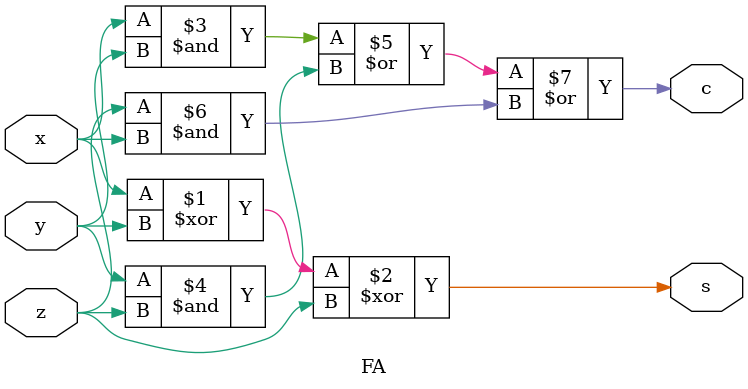
<source format=v>
`timescale 1ns / 1ps


module dadda16(
    input [15:0] a,
    input [15:0] b,
    output [31:0] m);
    wire [23:0] w1;
    wire [87:0] w2;
    wire [107:0] w3;
    wire [91:0] w4;
    wire [51:0] w5;
    
    wire [32:0] m1;
    // Stage 1 : d = 13
    HA HA1 (b[0]&a[13], b[1]&a[12], w1[0], w1[1]);
    
    FA FA1 (b[0]&a[14], b[1]&a[13], b[2]&a[12], w1[2], w1[3]);
    HA HA2 (b[3]&a[11], b[4]&a[10], w1[4], w1[5]);
    
    FA FA2 (b[0]&a[15], b[1]&a[14], b[2]&a[13], w1[6], w1[7]);
    FA FA3 (b[3]&a[12], b[4]&a[11], b[5]&a[10], w1[8], w1[9]);
    HA HA3 (b[6]&a[9], b[7]&a[8], w1[10], w1[11]);
    
    FA FA4 (b[1]&a[15], b[2]&a[14], b[3]&a[13], w1[12], w1[13]);
    FA FA5 (b[4]&a[12], b[5]&a[11], b[6]&a[10], w1[14], w1[15]);
    HA HA4 (b[7]&a[9], b[8]&a[8], w1[16], w1[17]);
    
    FA FA6 (b[2]&a[15], b[3]&a[14], b[4]&a[13], w1[18], w1[19]);
    FA FA7 (b[5]&a[12], b[6]&a[11], b[7]&a[10], w1[20], w1[21]);
    
    FA FA8 (b[3]&a[15], b[4]&a[14], b[5]&a[13], w1[22], w1[23]);
    
    // Stage 2 : d = 9
    HA HA5 (b[0]&a[9], b[1]&a[8], w2[0], w2[1]);
    
    FA FA9 (b[0]&a[10], b[1]&a[9], b[2]&a[8], w2[2], w2[3]);
    HA HA6 (b[3]&a[7], b[4]&a[6], w2[4], w2[5]);
    
    FA FA10 (b[0]&a[11], b[1]&a[10], b[2]&a[9], w2[6], w2[7]);
    FA FA11 (b[3]&a[8], b[4]&a[7], b[5]&a[6], w2[8], w2[9]);
    HA HA7 (b[6]&a[5], b[7]&a[4], w2[10], w2[11]);
    
    FA FA12 (b[0]&a[12], b[1]&a[11], b[2]&a[10], w2[12], w2[13]);
    FA FA13 (b[3]&a[9], b[4]&a[8], b[5]&a[7], w2[14], w2[15]);
    FA FA14 (b[6]&a[6], b[7]&a[5], b[8]&a[4], w2[16], w2[17]);
    HA HA8 (b[9]&a[3], b[10]&a[2], w2[18], w2[19]);
    
    FA FA15 (w1[0], b[2]&a[11], b[3]&a[10], w2[20], w2[21]);
    FA FA16 (b[4]&a[9], b[5]&a[8], b[6]&a[7], w2[22], w2[23]);
    FA FA17 (b[7]&a[6], b[8]&a[5], b[9]&a[4], w2[24], w2[25]);
    FA FA18 (b[10]&a[3], b[11]&a[2], b[12]&a[1], w2[26], w2[27]);
    
    FA FA19 (w1[2],w1[1],w1[4],w2[28], w2[29]);
    FA FA20 (b[5]&a[9], b[6]&a[8], b[7]&a[7], w2[30], w2[31]);
    FA FA21 (b[8]&a[6], b[9]&a[5], b[10]&a[4], w2[32], w2[33]);
    FA FA22 (b[11]&a[3], b[12]&a[2], b[13]&a[1], w2[34], w2[35]);
    
    FA FA23 (w1[6], w1[3], w1[8], w2[36], w2[37]);
    FA FA24 (w1[10], w1[5], b[8]&a[7], w2[38], w2[39]);
    FA FA25 (b[9]&a[6], b[10]&a[5], b[11]&a[4], w2[40], w2[41]);
    FA FA26 (b[12]&a[3], b[13]&a[2], b[14]&a[1], w2[42], w2[43]);
    
    FA FA27 (w1[12], w1[7], w1[14], w2[44], w2[45]);
    FA FA28 (w1[9], w1[16], w1[11], w2[46], w2[47]);
    FA FA29 (b[9]&a[7], b[10]&a[6], b[11]&a[5], w2[48], w2[49]);
    FA FA30 (b[12]&a[4], b[13]&a[3], b[14]&a[2], w2[50], w2[51]);
    
    FA FA31 (w1[18], w1[13], w1[20], w2[52], w2[53]);
    FA FA32 (w1[15], b[8]&a[9], w1[17], w2[54], w2[55]);
    FA FA33 (b[9]&a[8], b[10]&a[7], b[11]&a[6], w2[56], w2[57]);
    FA FA34 (b[12]&a[5], b[13]&a[4], b[14]&a[3], w2[58], w2[59]);
    
    FA FA35 (w1[22], w1[19], b[6]&a[12], w2[60], w2[61]);
    FA FA36 (w1[21], b[7]&a[11], b[8]&a[10], w2[62], w2[63]);
    FA FA37 (b[9]&a[9], b[10]&a[8], b[11]&a[7], w2[64], w2[65]);
    FA FA38 (b[12]&a[6], b[13]&a[5], b[14]&a[4], w2[66], w2[67]);
    
    FA FA39 (b[4]&a[15], w1[23], b[5]&a[14], w2[68], w2[69]);
    FA FA40 (b[6]&a[13], b[7]&a[12], b[8]&a[11], w2[70], w2[71]);
    FA FA41 (b[9]&a[10], b[10]&a[9], b[11]&a[8], w2[72], w2[73]);
    FA FA42 (b[12]&a[7], b[13]&a[6], b[14]&a[5], w2[74], w2[75]);
    
    FA FA43 (b[5]&a[15], b[6]&a[14], b[7]&a[13], w2[76], w2[77]);
    FA FA44 (b[8]&a[12], b[9]&a[11], b[10]&a[10], w2[78], w2[79]);
    FA FA45 (b[11]&a[9], b[12]&a[8], b[13]&a[7], w2[80], w2[81]);
    
    FA FA46 (b[6]&a[15], b[7]&a[14], b[8]&a[13], w2[82], w2[83]);
    FA FA47 (b[9]&a[12], b[10]&a[11], b[11]&a[10], w2[84], w2[85]);
    
    FA FA48 (b[7]&a[15], b[8]&a[14], b[9]&a[13], w2[86], w2[87]);
    
    // Stage 3 : d = 6
    HA HA9 (b[0]&a[6], b[1]&a[5], w3[0], w3[1]);
    
    FA FA49 (b[0]&a[7], b[1]&a[6], b[2]&a[5], w3[2], w3[3]);
    HA HA10 (b[3]&a[4], b[4]&a[3], w3[4], w3[5]);
    
    FA FA50 (b[0]&a[8], b[1]&a[7], b[2]&a[6], w3[6], w3[7]);
    FA FA51 (b[3]&a[5], b[4]&a[4], b[5]&a[3], w3[8], w3[9]);
    HA HA11 (b[6]&a[2], b[7]&a[1], w3[10], w3[11]);
    
    FA FA52 (w2[0], b[2]&a[7], b[3]&a[6], w3[12], w3[13]);
    FA FA53 (b[4]&a[5], b[5]&a[4], b[6]&a[3], w3[14], w3[15]);
    FA FA54 (b[7]&a[2], b[8]&a[1], b[9]&a[0], w3[16], w3[17]);
    
    FA FA55 (w2[2], w2[1], w2[4], w3[18], w3[19]);
    FA FA56 (b[5]&a[5], b[6]&a[4], b[7]&a[3], w3[20], w3[21]);
    FA FA57 (b[8]&a[2], b[9]&a[1], b[10]&a[0], w3[22], w3[23]);
    
    FA FA58 (w2[6], w2[3], w2[8], w3[24], w3[25]);
    FA FA59 (w2[5], w2[10], b[8]&a[3], w3[26], w3[27]);
    FA FA60 (b[9]&a[2], b[10]&a[1], b[11]&a[0], w3[28], w3[29]);
    
    FA FA61 (w2[12], w2[7], w2[14], w3[30], w3[31]);
    FA FA62 (w2[9], w2[16], w2[11], w3[32], w3[33]);
    FA FA63 (w2[18], b[11]&a[1], b[12]&a[0], w3[34], w3[35]);
    
    FA FA64 (w2[20], w2[13], w2[22], w3[36], w3[37]);
    FA FA65 (w2[24], w2[15], w2[17], w3[38], w3[39]);
    FA FA66 (w2[26], w2[19], b[13]&a[0], w3[40], w3[41]);
    
    FA FA67 (w2[28], w2[30], w2[21], w3[42], w3[43]);
    FA FA68 (w2[32], w2[23], w2[25], w3[44], w3[45]);
    FA FA69 (w2[34], w2[27], b[14]&a[0], w3[46], w3[47]);
    
    FA FA70 (w2[36], w2[29], w2[38], w3[48], w3[49]);
    FA FA71 (w2[31], w2[40], w2[33], w3[50], w3[51]);
    FA FA72 (w2[42], w2[35], b[15]&a[0], w3[52], w3[53]);
    
    FA FA73 (w2[44], w2[37], w2[46], w3[54], w3[55]);
    FA FA74 (w2[48], w2[39], w2[41], w3[56], w3[57]);
    FA FA75 (w2[50], w2[43], b[15]&a[1], w3[58], w3[59]);
    
    FA FA76 (w2[52], w2[45], w2[54], w3[60], w3[61]);
    FA FA77 (w2[47], w2[56], w2[49], w3[62], w3[63]);
    FA FA78 (w2[58], w2[51], b[15]&a[2], w3[64], w3[65]);
    
    FA FA79 (w2[60], w2[53], w2[62], w3[66], w3[67]);
    FA FA80 (w2[55], w2[64], w2[57], w3[68], w3[69]);
    FA FA81 (w2[66], w2[59], b[15]&a[3], w3[70], w3[71]);
    
    FA FA82 (w2[68], w2[61], w2[70], w3[72], w3[73]);
    FA FA83 (w2[63], w2[72], w2[65], w3[74], w3[75]);
    FA FA84 (w2[74], w2[67], b[15]&a[4], w3[76], w3[77]);
    
    FA FA85 (w2[76], w2[69], w2[78], w3[78], w3[79]);
    FA FA86 (w2[71], w2[80], w2[73], w3[80], w3[81]);
    FA FA87 (b[14]&a[6], w2[75], b[15]&a[5], w3[82], w3[83]);
    
    FA FA88 (w2[82], w2[77], w2[84], w3[84], w3[85]);
    FA FA89 (w2[79], w2[81], b[12]&a[9], w3[86], w3[87]);
    FA FA90 (b[13]&a[8], b[14]&a[7], b[15]&a[6], w3[88], w3[89]);
    
    FA FA91 (w2[86], w2[83], b[10]&a[12], w3[90], w3[91]);
    FA FA92 (w2[85], b[11]&a[11], b[12]&a[10], w3[92], w3[93]);
    FA FA93 (b[13]&a[9], b[14]&a[8], b[15]&a[7], w3[94], w3[95]);
    
    FA FA94 (b[8]&a[15], w2[87], b[9]&a[14], w3[96], w3[97]);
    FA FA95 (b[10]&a[13], b[11]&a[12], b[12]&a[11], w3[98], w3[99]);
    FA FA96 (b[13]&a[10], b[14]&a[9], b[15]&a[8], w3[100], w3[101]);
    
    FA FA97 (b[9]&a[15], b[10]&a[14], b[11]&a[13], w3[102], w3[103]);
    FA FA98 (b[12]&a[12], b[13]&a[11], b[14]&a[10], w3[104], w3[105]);
    
    FA FA99 (b[10]&a[15], b[11]&a[14], b[12]&a[13], w3[106], w3[107]);
    
    // Stage 4 : d = 4
    HA HA12 (b[0]&a[4], b[1]&a[3], w4[0], w4[1]);
    
    FA FA100 (b[0]&a[5], b[1]&a[4], b[2]&a[3], w4[2], w4[3]);
    HA HA13 (b[3]&a[2], b[4]&a[1], w4[4], w4[5]);
    
    FA FA101 (w3[0], b[2]&a[4], b[3]&a[3], w4[6], w4[7]);
    FA FA102 (b[4]&a[2], b[5]&a[1], b[6]&a[0], w4[8], w4[9]);
    
    FA FA103 (w3[2], w3[1], w3[4], w4[10], w4[11]);
    FA FA104 (b[5]&a[2], b[6]&a[1], b[7]&a[0], w4[12], w4[13]);
    
    FA FA105 (w3[6], w3[8], w3[3], w4[14], w4[15]);
    FA FA106 (w3[5], w3[10], b[8]&a[0], w4[16], w4[17]);
    
    FA FA107 (w3[12], w3[14], w3[7], w4[18], w4[19]);
    FA FA108 (w3[9], w3[16], w3[11], w4[20], w4[21]);
    
    FA FA109 (w3[18], w3[13], w3[20], w4[22], w4[23]);
    FA FA110 (w3[15], w3[22], w3[17], w4[24], w4[25]);
    
    FA FA111 (w3[24], w3[26], w3[19], w4[26], w4[27]);
    FA FA112 (w3[21], w3[28], w3[23], w4[28], w4[29]);
    
    FA FA113 (w3[30], w3[25], w3[32], w4[30], w4[31]);
    FA FA114 (w3[27], w3[34], w3[29], w4[32], w4[33]);
    
    FA FA115 (w3[36], w3[38], w3[31], w4[34], w4[35]);
    FA FA116 (w3[33], w3[40], w3[35], w4[36], w4[37]);
    
    FA FA117 (w3[42], w3[37], w3[44], w4[38], w4[39]);
    FA FA118 (w3[39], w3[46], w3[41], w4[40], w4[41]);
    
    FA FA119 (w3[48], w3[43], w3[50], w4[42], w4[43]);
    FA FA120 (w3[45], w3[52], w3[47], w4[44], w4[45]);
    
    FA FA121 (w3[54], w3[49], w3[56], w4[46], w4[47]);
    FA FA122 (w3[51], w3[58], w3[53], w4[48], w4[49]);
    
    FA FA123 (w3[60], w3[62], w3[55], w4[50], w4[51]);
    FA FA124 (w3[57], w3[64], w3[59], w4[52], w4[53]);
    
    FA FA125 (w3[66], w3[61], w3[68], w4[54], w4[55]);
    FA FA126 (w3[63], w3[70], w3[65], w4[56], w4[57]);
    
    FA FA127 (w3[72], w3[67], w3[74], w4[58], w4[59]);
    FA FA128 (w3[69], w3[76], w3[71], w4[60], w4[61]);
    
    FA FA129 (w3[78], w3[80], w3[73], w4[62], w4[63]);
    FA FA130 (w3[75], w3[82], w3[77], w4[64], w4[65]);
    
    FA FA131 (w3[84], w3[79], w3[86], w4[66], w4[67]);
    FA FA132 (w3[81], w3[88], w3[83], w4[68], w4[69]);
    
    FA FA133 (w3[90], w3[85], w3[92], w4[70], w4[71]);
    FA FA134 (w3[87], w3[94], w3[89], w4[72], w4[73]);
    
    FA FA135 (w3[96], w3[91], w3[98], w4[74], w4[75]);
    FA FA136 (w3[93], w3[100], w3[95], w4[76], w4[77]);
    
    FA FA137 (w3[102], w3[97], w3[104], w4[78], w4[79]);
    FA FA138 (w3[101], b[15]&a[9], w3[99], w4[80], w4[81]);
    
    FA FA139 (w3[106], w3[103], b[13]&a[12], w4[82], w4[83]);
    FA FA140 (b[14]&a[11], b[15]&a[10], w3[105], w4[84], w4[85]);
    
    FA FA141 (b[11]&a[15], w3[107], b[12]&a[14], w4[86], w4[87]);
    FA FA142 (b[13]&a[13], b[14]&a[12], b[15]&a[11], w4[88], w4[89]);
    
    FA FA143 (b[12]&a[15], b[13]&a[14], b[14]&a[13], w4[90], w4[91]);
    
    // Stage 5 : d = 3
    HA HA14 (b[0]&a[3], b[1]&a[2], w5[0], w5[1]);
    
    FA FA144 (w4[0], b[2]&a[2], b[3]&a[1], w5[2], w5[3]);
    
    FA FA145 (w4[2], w4[1], w4[4], w5[4], w5[5]);
    
    FA FA146 (w4[6], w4[3], w4[8], w5[6], w5[7]);
    
    FA FA147 (w4[10], w4[7], w4[12], w5[8], w5[9]);
    
    FA FA148 (w4[14], w4[11], w4[16], w5[10], w5[11]);
    
    FA FA149 (w4[18], w4[15], w4[20], w5[12], w5[13]);
    
    FA FA150 (w4[22], w4[19], w4[24], w5[14], w5[15]);
    
    FA FA151 (w4[26], w4[23], w4[28], w5[16], w5[17]);
    
    FA FA152 (w4[30], w4[27], w4[32], w5[18], w5[19]);
    
    FA FA153 (w4[34], w4[31], w4[36], w5[20], w5[21]);
    
    FA FA154 (w4[38], w4[35], w4[40], w5[22], w5[23]);
    
    FA FA155 (w4[42], w4[39], w4[44], w5[24], w5[25]);
    
    FA FA156 (w4[46], w4[43], w4[48], w5[26], w5[27]);
    
    FA FA157 (w4[50], w4[47], w4[52], w5[28], w5[29]);
    
    FA FA158 (w4[54], w4[51], w4[56], w5[30], w5[31]);
    
    FA FA159 (w4[58], w4[55], w4[60], w5[32], w5[33]);
    
    FA FA160 (w4[62], w4[59], w4[64], w5[34], w5[35]);
    
    FA FA161 (w4[66], w4[63], w4[68], w5[36], w5[37]);
    
    FA FA162 (w4[70], w4[67], w4[72], w5[38], w5[39]);
    
    FA FA163 (w4[74], w4[71], w4[76], w5[40], w5[41]);
    
    FA FA164 (w4[78], w4[75], w4[80], w5[42], w5[43]);
    
    FA FA165 (w4[82], w4[79], w4[84], w5[44], w5[45]);
    
    FA FA166 (w4[86], w4[83], w4[88], w5[46], w5[47]);
    
    FA FA167 (w4[90], w4[87], b[15]&a[12], w5[48], w5[49]);
    
    FA FA168 (b[13]&a[15], w4[91], b[14]&a[14], w5[50], w5[51]);
    
    // Stage 6 : d = 2
    wire [27:0] w6;
    wire [27:0] w7;
    
    HA HA15 (b[0]&a[2], b[1]&a[1], w6[0], w7[0]);
    
    FA FA169 (w5[0], b[2]&a[1], b[3]&a[0], w6[1], w7[1]);
    
    FA FA170 (w5[2], w5[1], b[4]&a[0], w6[2], w7[2]);
    
    FA FA171 (w5[4], w5[3], b[5]&a[0], w6[3], w7[3]);
    
    FA FA172 (w5[6], w5[5], w4[5], w6[4], w7[4]);
    
    FA FA173 (w5[8], w5[7], w4[9], w6[5], w7[5]);
    
    FA FA174 (w5[10], w5[9], w4[13], w6[6], w7[6]);
    
    FA FA175 (w5[12], w5[11], w4[17], w6[7], w7[7]);
    
    FA FA176 (w5[14], w5[13], w4[21], w6[8], w7[8]);
    
    FA FA177 (w5[16], w5[15], w4[25], w6[9], w7[9]);
    
    FA FA178 (w5[18], w5[17], w4[29], w6[10], w7[10]);
    
    FA FA179 (w5[20], w5[19], w4[33], w6[11], w7[11]);
    
    FA FA180 (w5[22], w5[21], w4[37], w6[12], w7[12]);
    
    FA FA181 (w5[24], w5[23], w4[41], w6[13], w7[13]);
    
    FA FA182 (w5[26], w5[25], w4[45], w6[14], w7[14]);
    
    FA FA183 (w5[28], w5[27], w4[49], w6[15], w7[15]);
    
    FA FA184 (w5[30], w5[29], w4[53], w6[16], w7[16]);
    
    FA FA185 (w5[32], w5[31], w4[57], w6[17], w7[17]);
    
    FA FA186 (w5[34], w5[33], w4[61], w6[18], w7[18]);
    
    FA FA187 (w5[36], w5[35], w4[65], w6[19], w7[19]);
    
    FA FA188 (w5[38], w5[37], w4[69], w6[20], w7[20]);
    
    FA FA189 (w5[40], w5[39], w4[73], w6[21], w7[21]);
    
    FA FA190 (w5[42], w5[41], w4[77], w6[22], w7[22]);
    
    FA FA191 (w5[44], w5[43], w4[81], w6[23], w7[23]);
    
    FA FA192 (w5[46], w5[45], w4[85], w6[24], w7[24]);
    
    FA FA193 (w5[48], w5[47], w4[89], w6[25], w7[25]);
    
    FA FA194 (w5[50], w5[49], b[15]&a[13], w6[26], w7[26]);
    
    FA FA195 (b[14]&a[15], b[15]&a[14], w5[51], w6[27], w7[27]);
    
    // Fast Adder (BK Adder) 
    
    bkadder bk ({0, 0, b[15]&a[15], w6, b[0]&a[1]}, {0, 0, w7, b[2]&a[0], b[1]&a[0]}, 0, m1[31:0], m1[32]);
    assign m[0] = a[0]&b[0];
    assign m[31:1] = m1[30:0];
    
endmodule

module HA(input x, input y, output s, output c);
    assign s = x^y;
    assign c = x&y;
endmodule

module FA(input x, input y, input z, output s, output c);
    assign s = x^y^z;
    assign c = (x&y) | (y&z) | (z&x);
endmodule

</source>
